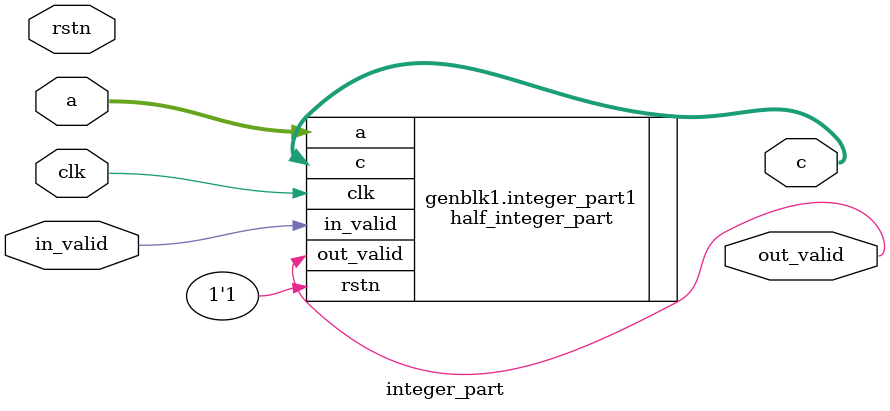
<source format=sv>
`timescale 1ns / 1ps


module integer_part
#(parameter BITS = 16, PRECISION = "HALF")
(
input rstn,
input clk,
input in_valid,
input [BITS-1:0] a,
output out_valid,
output [BITS-1:0] c
);

if (PRECISION == "HALF")
half_integer_part integer_part1
(
.rstn(1'b1),
.clk,
.in_valid,
.a(a),
.out_valid(out_valid),
.c(c)
);

if (PRECISION == "SINGLE")
single_integer_part single_integer_part1
(
.rstn(1'b1),
.clk,
.in_valid,
.a(a),
.out_valid(out_valid),
.c(c)
);

endmodule

</source>
